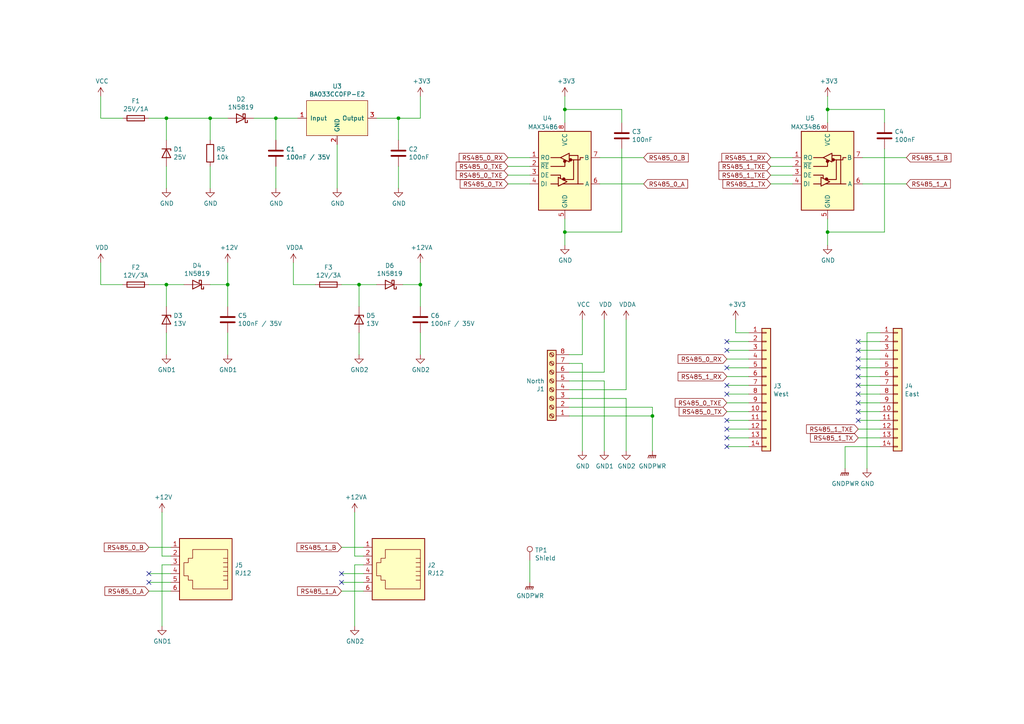
<source format=kicad_sch>
(kicad_sch (version 20211123) (generator eeschema)
  (paper "A4")
  (title_block (title "Electric Metering Module") (date "2022-02-09") (rev "2.0") (company "GrayC GmbH"))
  (lib_symbols
    (symbol "BA033CC0FP-E2:BA033CC0FP-E2" (pin_names (offset 1.016))
      (property "Reference" "U" (at 0 8.89 0))
      (property "Value" "BA033CC0FP-E2" (at 0 6.35 0))
      (symbol "BA033CC0FP-E2_0_1"
        (rectangle (start -8.89 -5.08) (end 8.89 5.08) (fill (type background)))
      )
      (symbol "BA033CC0FP-E2_1_1"
        (pin power_in line (at -11.43 0 0) (length 2.54) (name "Input") (number "1"))
        (pin power_in line (at 0 -7.62 90) (length 2.54) (name "GND") (number "2"))
        (pin power_out line (at 11.43 0 180) (length 2.54) (name "Output") (number "3"))
      )
    )
    (symbol "Connector:RJ12" (pin_names (offset 1.016))
      (property "Reference" "J" (at -5.08 11.43 0))
      (property "Value" "RJ12" (at 2.54 11.43 0))
      (symbol "RJ12_0_1"
        (polyline (pts (xy -6.35 -1.905) (xy -5.08 -1.905) (xy -5.08 -1.905)))
        (polyline (pts (xy -6.35 -0.635) (xy -5.08 -0.635) (xy -5.08 -0.635)))
        (polyline (pts (xy -6.35 0.635) (xy -5.08 0.635) (xy -5.08 0.635)))
        (polyline (pts (xy -6.35 1.905) (xy -5.08 1.905) (xy -5.08 1.905)))
        (polyline (pts (xy -6.35 3.175) (xy -5.08 3.175) (xy -5.08 3.175)))
        (polyline (pts (xy -5.08 4.445) (xy -6.35 4.445) (xy -6.35 4.445)))
        (polyline (pts (xy -6.35 -4.445) (xy -6.35 6.985) (xy 3.81 6.985) (xy 3.81 4.445) (xy 5.08 4.445) (xy 5.08 3.175) (xy 6.35 3.175) (xy 6.35 -0.635) (xy 5.08 -0.635) (xy 5.08 -1.905) (xy 3.81 -1.905) (xy 3.81 -4.445) (xy -6.35 -4.445) (xy -6.35 -4.445)))
        (rectangle (start 7.62 10.16) (end -7.62 -7.62) (stroke (width 0.254)) (fill (type background)))
      )
      (symbol "RJ12_1_1"
        (pin passive line (at 10.16 -5.08 180) (length 2.54) (name "~") (number "1"))
        (pin passive line (at 10.16 -2.54 180) (length 2.54) (name "~") (number "2"))
        (pin passive line (at 10.16 0 180) (length 2.54) (name "~") (number "3"))
        (pin passive line (at 10.16 2.54 180) (length 2.54) (name "~") (number "4"))
        (pin passive line (at 10.16 5.08 180) (length 2.54) (name "~") (number "5"))
        (pin passive line (at 10.16 7.62 180) (length 2.54) (name "~") (number "6"))
      )
    )
    (symbol "Connector:Screw_Terminal_01x08" (pin_names (offset 1.016) hide)
      (property "Reference" "J" (at 0 10.16 0))
      (property "Value" "Screw_Terminal_01x08" (at 0 -12.7 0))
      (symbol "Screw_Terminal_01x08_1_1"
        (rectangle (start -1.27 8.89) (end 1.27 -11.43) (stroke (width 0.254)) (fill (type background)))
        (circle (center 0 -10.16) (radius 0.635) (stroke (width 0.1524)))
        (circle (center 0 -7.62) (radius 0.635) (stroke (width 0.1524)))
        (circle (center 0 -5.08) (radius 0.635) (stroke (width 0.1524)))
        (circle (center 0 -2.54) (radius 0.635) (stroke (width 0.1524)))
        (polyline (pts (xy -0.5334 -9.8298) (xy 0.3302 -10.668)) (stroke (width 0.1524)))
        (polyline (pts (xy -0.5334 -7.2898) (xy 0.3302 -8.128)) (stroke (width 0.1524)))
        (polyline (pts (xy -0.5334 -4.7498) (xy 0.3302 -5.588)) (stroke (width 0.1524)))
        (polyline (pts (xy -0.5334 -2.2098) (xy 0.3302 -3.048)) (stroke (width 0.1524)))
        (polyline (pts (xy -0.5334 0.3302) (xy 0.3302 -0.508)) (stroke (width 0.1524)))
        (polyline (pts (xy -0.5334 2.8702) (xy 0.3302 2.032)) (stroke (width 0.1524)))
        (polyline (pts (xy -0.5334 5.4102) (xy 0.3302 4.572)) (stroke (width 0.1524)))
        (polyline (pts (xy -0.5334 7.9502) (xy 0.3302 7.112)) (stroke (width 0.1524)))
        (polyline (pts (xy -0.3556 -9.652) (xy 0.508 -10.4902)) (stroke (width 0.1524)))
        (polyline (pts (xy -0.3556 -7.112) (xy 0.508 -7.9502)) (stroke (width 0.1524)))
        (polyline (pts (xy -0.3556 -4.572) (xy 0.508 -5.4102)) (stroke (width 0.1524)))
        (polyline (pts (xy -0.3556 -2.032) (xy 0.508 -2.8702)) (stroke (width 0.1524)))
        (polyline (pts (xy -0.3556 0.508) (xy 0.508 -0.3302)) (stroke (width 0.1524)))
        (polyline (pts (xy -0.3556 3.048) (xy 0.508 2.2098)) (stroke (width 0.1524)))
        (polyline (pts (xy -0.3556 5.588) (xy 0.508 4.7498)) (stroke (width 0.1524)))
        (polyline (pts (xy -0.3556 8.128) (xy 0.508 7.2898)) (stroke (width 0.1524)))
        (circle (center 0 0) (radius 0.635) (stroke (width 0.1524)))
        (circle (center 0 2.54) (radius 0.635) (stroke (width 0.1524)))
        (circle (center 0 5.08) (radius 0.635) (stroke (width 0.1524)))
        (circle (center 0 7.62) (radius 0.635) (stroke (width 0.1524)))
        (pin passive line (at -5.08 7.62 0) (length 3.81) (name "Pin_1") (number "1"))
        (pin passive line (at -5.08 5.08 0) (length 3.81) (name "Pin_2") (number "2"))
        (pin passive line (at -5.08 2.54 0) (length 3.81) (name "Pin_3") (number "3"))
        (pin passive line (at -5.08 0 0) (length 3.81) (name "Pin_4") (number "4"))
        (pin passive line (at -5.08 -2.54 0) (length 3.81) (name "Pin_5") (number "5"))
        (pin passive line (at -5.08 -5.08 0) (length 3.81) (name "Pin_6") (number "6"))
        (pin passive line (at -5.08 -7.62 0) (length 3.81) (name "Pin_7") (number "7"))
        (pin passive line (at -5.08 -10.16 0) (length 3.81) (name "Pin_8") (number "8"))
      )
    )
    (symbol "Connector:TestPoint" (pin_numbers hide) (pin_names (offset 0.762) hide)
      (property "Reference" "TP" (at 0 6.858 0))
      (property "Value" "TestPoint" (at 0 5.08 0))
      (symbol "TestPoint_0_1"
        (circle (center 0 3.302) (radius 0.762))
      )
      (symbol "TestPoint_1_1"
        (pin passive line (at 0 0 90) (length 2.54) (name "1") (number "1"))
      )
    )
    (symbol "Connector_Generic:Conn_01x14" (pin_names (offset 1.016) hide)
      (property "Reference" "J" (at 0 17.78 0))
      (property "Value" "Conn_01x14" (at 0 -20.32 0))
      (symbol "Conn_01x14_1_1"
        (rectangle (start -1.27 -17.653) (end 0 -17.907) (stroke (width 0.1524)))
        (rectangle (start -1.27 -15.113) (end 0 -15.367) (stroke (width 0.1524)))
        (rectangle (start -1.27 -12.573) (end 0 -12.827) (stroke (width 0.1524)))
        (rectangle (start -1.27 -10.033) (end 0 -10.287) (stroke (width 0.1524)))
        (rectangle (start -1.27 -7.493) (end 0 -7.747) (stroke (width 0.1524)))
        (rectangle (start -1.27 -4.953) (end 0 -5.207) (stroke (width 0.1524)))
        (rectangle (start -1.27 -2.413) (end 0 -2.667) (stroke (width 0.1524)))
        (rectangle (start -1.27 0.127) (end 0 -0.127) (stroke (width 0.1524)))
        (rectangle (start -1.27 2.667) (end 0 2.413) (stroke (width 0.1524)))
        (rectangle (start -1.27 5.207) (end 0 4.953) (stroke (width 0.1524)))
        (rectangle (start -1.27 7.747) (end 0 7.493) (stroke (width 0.1524)))
        (rectangle (start -1.27 10.287) (end 0 10.033) (stroke (width 0.1524)))
        (rectangle (start -1.27 12.827) (end 0 12.573) (stroke (width 0.1524)))
        (rectangle (start -1.27 15.367) (end 0 15.113) (stroke (width 0.1524)))
        (rectangle (start -1.27 16.51) (end 1.27 -19.05) (stroke (width 0.254)) (fill (type background)))
        (pin passive line (at -5.08 15.24 0) (length 3.81) (name "Pin_1") (number "1"))
        (pin passive line (at -5.08 -7.62 0) (length 3.81) (name "Pin_10") (number "10"))
        (pin passive line (at -5.08 -10.16 0) (length 3.81) (name "Pin_11") (number "11"))
        (pin passive line (at -5.08 -12.7 0) (length 3.81) (name "Pin_12") (number "12"))
        (pin passive line (at -5.08 -15.24 0) (length 3.81) (name "Pin_13") (number "13"))
        (pin passive line (at -5.08 -17.78 0) (length 3.81) (name "Pin_14") (number "14"))
        (pin passive line (at -5.08 12.7 0) (length 3.81) (name "Pin_2") (number "2"))
        (pin passive line (at -5.08 10.16 0) (length 3.81) (name "Pin_3") (number "3"))
        (pin passive line (at -5.08 7.62 0) (length 3.81) (name "Pin_4") (number "4"))
        (pin passive line (at -5.08 5.08 0) (length 3.81) (name "Pin_5") (number "5"))
        (pin passive line (at -5.08 2.54 0) (length 3.81) (name "Pin_6") (number "6"))
        (pin passive line (at -5.08 0 0) (length 3.81) (name "Pin_7") (number "7"))
        (pin passive line (at -5.08 -2.54 0) (length 3.81) (name "Pin_8") (number "8"))
        (pin passive line (at -5.08 -5.08 0) (length 3.81) (name "Pin_9") (number "9"))
      )
    )
    (symbol "Device:C" (pin_numbers hide) (pin_names (offset 0.254))
      (property "Reference" "C" (at 0.635 2.54 0))
      (property "Value" "C" (at 0.635 -2.54 0))
      (symbol "C_0_1"
        (polyline (pts (xy -2.032 -0.762) (xy 2.032 -0.762)) (stroke (width 0.508)))
        (polyline (pts (xy -2.032 0.762) (xy 2.032 0.762)) (stroke (width 0.508)))
      )
      (symbol "C_1_1"
        (pin passive line (at 0 3.81 270) (length 2.794) (name "~") (number "1"))
        (pin passive line (at 0 -3.81 90) (length 2.794) (name "~") (number "2"))
      )
    )
    (symbol "Device:D_Zener" (pin_numbers hide) (pin_names (offset 1.016) hide)
      (property "Reference" "D" (at 0 2.54 0))
      (property "Value" "D_Zener" (at 0 -2.54 0))
      (symbol "D_Zener_0_1"
        (polyline (pts (xy 1.27 0) (xy -1.27 0)))
        (polyline (pts (xy -1.27 -1.27) (xy -1.27 1.27) (xy -0.762 1.27)) (stroke (width 0.254)))
        (polyline (pts (xy 1.27 -1.27) (xy 1.27 1.27) (xy -1.27 0) (xy 1.27 -1.27)) (stroke (width 0.254)))
      )
      (symbol "D_Zener_1_1"
        (pin passive line (at -3.81 0 0) (length 2.54) (name "K") (number "1"))
        (pin passive line (at 3.81 0 180) (length 2.54) (name "A") (number "2"))
      )
    )
    (symbol "Device:Fuse" (pin_numbers hide) (pin_names (offset 0))
      (property "Reference" "F" (at 2.032 0 90))
      (property "Value" "Fuse" (at -1.905 0 90))
      (symbol "Fuse_0_1"
        (rectangle (start -0.762 -2.54) (end 0.762 2.54) (stroke (width 0.254)))
        (polyline (pts (xy 0 2.54) (xy 0 -2.54)))
      )
      (symbol "Fuse_1_1"
        (pin passive line (at 0 3.81 270) (length 1.27) (name "~") (number "1"))
        (pin passive line (at 0 -3.81 90) (length 1.27) (name "~") (number "2"))
      )
    )
    (symbol "Device:R" (pin_numbers hide) (pin_names (offset 0))
      (property "Reference" "R" (at 2.032 0 90))
      (property "Value" "R" (at 0 0 90))
      (symbol "R_0_1"
        (rectangle (start -1.016 -2.54) (end 1.016 2.54) (stroke (width 0.254)))
      )
      (symbol "R_1_1"
        (pin passive line (at 0 3.81 270) (length 1.27) (name "~") (number "1"))
        (pin passive line (at 0 -3.81 90) (length 1.27) (name "~") (number "2"))
      )
    )
    (symbol "Diode:1N5819" (pin_numbers hide) (pin_names (offset 1.016) hide)
      (property "Reference" "D" (at 0 2.54 0))
      (property "Value" "1N5819" (at 0 -2.54 0))
      (symbol "1N5819_0_1"
        (polyline (pts (xy 1.27 0) (xy -1.27 0)))
        (polyline (pts (xy 1.27 1.27) (xy 1.27 -1.27) (xy -1.27 0) (xy 1.27 1.27)) (stroke (width 0.254)))
        (polyline (pts (xy -1.905 0.635) (xy -1.905 1.27) (xy -1.27 1.27) (xy -1.27 -1.27) (xy -0.635 -1.27) (xy -0.635 -0.635)) (stroke (width 0.254)))
      )
      (symbol "1N5819_1_1"
        (pin passive line (at -3.81 0 0) (length 2.54) (name "K") (number "1"))
        (pin passive line (at 3.81 0 180) (length 2.54) (name "A") (number "2"))
      )
    )
    (symbol "Interface_UART:MAX3486"
      (property "Reference" "U" (at -6.096 11.43 0))
      (property "Value" "MAX3486" (at 0.762 11.43 0))
      (symbol "MAX3486_0_1"
        (rectangle (start -7.62 10.16) (end 7.62 -12.7) (stroke (width 0.254)) (fill (type background)))
        (circle (center -0.3048 -3.683) (radius 0.3556) (stroke (width 0.254)) (fill (type outline)))
        (circle (center -0.0254 1.4986) (radius 0.3556) (stroke (width 0.254)) (fill (type outline)))
        (polyline (pts (xy -4.064 -5.08) (xy -1.905 -5.08)) (stroke (width 0.254)))
        (polyline (pts (xy -4.064 2.54) (xy -1.27 2.54)) (stroke (width 0.254)))
        (polyline (pts (xy -1.27 -3.2004) (xy -1.27 -3.4544)) (stroke (width 0.254)))
        (polyline (pts (xy -0.635 -5.08) (xy 5.334 -5.08)) (stroke (width 0.254)))
        (polyline (pts (xy -4.064 -2.54) (xy -1.27 -2.54) (xy -1.27 -3.175)) (stroke (width 0.254)))
        (polyline (pts (xy 0 1.27) (xy 0 0) (xy -4.064 0)) (stroke (width 0.254)))
        (polyline (pts (xy 1.27 3.175) (xy 3.81 3.175) (xy 3.81 -5.08)) (stroke (width 0.254)))
        (polyline (pts (xy 2.54 1.905) (xy 2.54 -3.81) (xy 0 -3.81)) (stroke (width 0.254)))
        (polyline (pts (xy -1.905 -3.175) (xy -1.905 -5.715) (xy 0.635 -4.445) (xy -1.905 -3.175)) (stroke (width 0.254)))
        (polyline (pts (xy -1.27 2.54) (xy 1.27 3.81) (xy 1.27 1.27) (xy -1.27 2.54)) (stroke (width 0.254)))
        (polyline (pts (xy 1.905 1.905) (xy 4.445 1.905) (xy 4.445 2.54) (xy 5.334 2.54)) (stroke (width 0.254)))
        (rectangle (start 1.27 3.175) (end 1.27 3.175))
        (circle (center 1.651 1.905) (radius 0.3556) (stroke (width 0.254)) (fill (type outline)))
      )
      (symbol "MAX3486_1_1"
        (pin output line (at -10.16 2.54 0) (length 2.54) (name "RO") (number "1"))
        (pin input line (at -10.16 0 0) (length 2.54) (name "~{RE}") (number "2"))
        (pin input line (at -10.16 -2.54 0) (length 2.54) (name "DE") (number "3"))
        (pin input line (at -10.16 -5.08 0) (length 2.54) (name "DI") (number "4"))
        (pin power_in line (at 0 -15.24 90) (length 2.54) (name "GND") (number "5"))
        (pin bidirectional line (at 10.16 -5.08 180) (length 2.54) (name "A") (number "6"))
        (pin bidirectional line (at 10.16 2.54 180) (length 2.54) (name "B") (number "7"))
        (pin power_in line (at 0 12.7 270) (length 2.54) (name "VCC") (number "8"))
      )
    )
    (symbol "power:+12V" (power) (pin_names (offset 0))
      (property "Value" "+12V" (at 0 3.556 0))
      (symbol "+12V_0_1"
        (polyline (pts (xy -0.762 1.27) (xy 0 2.54)))
        (polyline (pts (xy 0 0) (xy 0 2.54)))
        (polyline (pts (xy 0 2.54) (xy 0.762 1.27)))
      )
      (symbol "+12V_1_1"
        (pin power_in line (at 0 0 90) (length 0) hide (name "+12V") (number "1"))
      )
    )
    (symbol "power:+12VA" (power) (pin_names (offset 0))
      (property "Value" "+12VA" (at 0 3.556 0))
      (symbol "+12VA_0_1"
        (polyline (pts (xy -0.762 1.27) (xy 0 2.54)))
        (polyline (pts (xy 0 0) (xy 0 2.54)))
        (polyline (pts (xy 0 2.54) (xy 0.762 1.27)))
      )
      (symbol "+12VA_1_1"
        (pin power_in line (at 0 0 90) (length 0) hide (name "+12VA") (number "1"))
      )
    )
    (symbol "power:+3V3" (power) (pin_names (offset 0))
      (property "Value" "+3V3" (at 0 3.556 0))
      (symbol "+3V3_0_1"
        (polyline (pts (xy -0.762 1.27) (xy 0 2.54)))
        (polyline (pts (xy 0 0) (xy 0 2.54)))
        (polyline (pts (xy 0 2.54) (xy 0.762 1.27)))
      )
      (symbol "+3V3_1_1"
        (pin power_in line (at 0 0 90) (length 0) hide (name "+3V3") (number "1"))
      )
    )
    (symbol "power:GND" (power) (pin_names (offset 0))
      (property "Value" "GND" (at 0 -3.81 0))
      (symbol "GND_0_1"
        (polyline (pts (xy 0 0) (xy 0 -1.27) (xy 1.27 -1.27) (xy 0 -2.54) (xy -1.27 -1.27) (xy 0 -1.27)))
      )
      (symbol "GND_1_1"
        (pin power_in line (at 0 0 270) (length 0) hide (name "GND") (number "1"))
      )
    )
    (symbol "power:GND1" (power) (pin_names (offset 0))
      (property "Value" "GND1" (at 0 -3.81 0))
      (symbol "GND1_0_1"
        (polyline (pts (xy 0 0) (xy 0 -1.27) (xy 1.27 -1.27) (xy 0 -2.54) (xy -1.27 -1.27) (xy 0 -1.27)))
      )
      (symbol "GND1_1_1"
        (pin power_in line (at 0 0 270) (length 0) hide (name "GND1") (number "1"))
      )
    )
    (symbol "power:GND2" (power) (pin_names (offset 0))
      (property "Value" "GND2" (at 0 -3.81 0))
      (symbol "GND2_0_1"
        (polyline (pts (xy 0 0) (xy 0 -1.27) (xy 1.27 -1.27) (xy 0 -2.54) (xy -1.27 -1.27) (xy 0 -1.27)))
      )
      (symbol "GND2_1_1"
        (pin power_in line (at 0 0 270) (length 0) hide (name "GND2") (number "1"))
      )
    )
    (symbol "power:GNDPWR" (power) (pin_names (offset 0))
      (property "Value" "GNDPWR" (at 0 -3.302 0))
      (symbol "GNDPWR_0_1"
        (polyline (pts (xy 0 -1.27) (xy 0 0)))
        (polyline (pts (xy -1.016 -1.27) (xy -1.27 -2.032) (xy -1.27 -2.032)) (stroke (width 0.2032)))
        (polyline (pts (xy -0.508 -1.27) (xy -0.762 -2.032) (xy -0.762 -2.032)) (stroke (width 0.2032)))
        (polyline (pts (xy 0 -1.27) (xy -0.254 -2.032) (xy -0.254 -2.032)) (stroke (width 0.2032)))
        (polyline (pts (xy 0.508 -1.27) (xy 0.254 -2.032) (xy 0.254 -2.032)) (stroke (width 0.2032)))
        (polyline (pts (xy 1.016 -1.27) (xy -1.016 -1.27) (xy -1.016 -1.27)) (stroke (width 0.2032)))
        (polyline (pts (xy 1.016 -1.27) (xy 0.762 -2.032) (xy 0.762 -2.032) (xy 0.762 -2.032)) (stroke (width 0.2032)))
      )
      (symbol "GNDPWR_1_1"
        (pin power_in line (at 0 0 270) (length 0) hide (name "GNDPWR") (number "1"))
      )
    )
    (symbol "power:VCC" (power) (pin_names (offset 0))
      (property "Value" "VCC" (at 0 3.81 0))
      (symbol "VCC_0_1"
        (polyline (pts (xy -0.762 1.27) (xy 0 2.54)))
        (polyline (pts (xy 0 0) (xy 0 2.54)))
        (polyline (pts (xy 0 2.54) (xy 0.762 1.27)))
      )
      (symbol "VCC_1_1"
        (pin power_in line (at 0 0 90) (length 0) hide (name "VCC") (number "1"))
      )
    )
    (symbol "power:VDD" (power) (pin_names (offset 0))
      (property "Value" "VDD" (at 0 3.81 0))
      (symbol "VDD_0_1"
        (polyline (pts (xy -0.762 1.27) (xy 0 2.54)))
        (polyline (pts (xy 0 0) (xy 0 2.54)))
        (polyline (pts (xy 0 2.54) (xy 0.762 1.27)))
      )
      (symbol "VDD_1_1"
        (pin power_in line (at 0 0 90) (length 0) hide (name "VDD") (number "1"))
      )
    )
    (symbol "power:VDDA" (power) (pin_names (offset 0))
      (property "Value" "VDDA" (at 0 3.81 0))
      (symbol "VDDA_0_1"
        (polyline (pts (xy -0.762 1.27) (xy 0 2.54)))
        (polyline (pts (xy 0 0) (xy 0 2.54)))
        (polyline (pts (xy 0 2.54) (xy 0.762 1.27)))
      )
      (symbol "VDDA_1_1"
        (pin power_in line (at 0 0 90) (length 0) hide (name "VDDA") (number "1"))
      )
    )
  )
  (junction (at 80.01 34.29))
  (junction (at 115.57 34.29))
  (junction (at 60.96 34.29))
  (junction (at 163.83 31.75))
  (junction (at 240.03 31.75))
  (junction (at 66.04 82.55))
  (junction (at 48.26 82.55))
  (junction (at 240.03 67.31))
  (junction (at 104.14 82.55))
  (junction (at 48.26 34.29))
  (junction (at 121.92 82.55))
  (junction (at 189.23 120.65))
  (junction (at 163.83 67.31))
  (no_connect (at 248.92 109.22))
  (no_connect (at 99.06 168.91))
  (no_connect (at 210.82 99.06))
  (no_connect (at 248.92 101.6))
  (no_connect (at 248.92 116.84))
  (no_connect (at 210.82 106.68))
  (no_connect (at 210.82 127))
  (no_connect (at 99.06 166.37))
  (no_connect (at 43.18 168.91))
  (no_connect (at 248.92 104.14))
  (no_connect (at 248.92 114.3))
  (no_connect (at 210.82 124.46))
  (no_connect (at 43.18 166.37))
  (no_connect (at 210.82 129.54))
  (no_connect (at 210.82 111.76))
  (no_connect (at 248.92 121.92))
  (no_connect (at 248.92 119.38))
  (no_connect (at 210.82 114.3))
  (no_connect (at 210.82 121.92))
  (no_connect (at 210.82 101.6))
  (no_connect (at 248.92 111.76))
  (no_connect (at 248.92 99.06))
  (no_connect (at 248.92 106.68))
  (wire (pts (xy 248.92 124.46) (xy 255.27 124.46)))
  (wire (pts (xy 248.92 104.14) (xy 255.27 104.14)))
  (wire (pts (xy 210.82 109.22) (xy 217.17 109.22)))
  (wire (pts (xy 66.04 82.55) (xy 66.04 88.9)))
  (wire (pts (xy 85.09 76.2) (xy 85.09 82.55)))
  (wire (pts (xy 97.79 54.61) (xy 97.79 41.91)))
  (wire (pts (xy 186.69 53.34) (xy 173.99 53.34)))
  (wire (pts (xy 223.52 53.34) (xy 229.87 53.34)))
  (wire (pts (xy 223.52 50.8) (xy 229.87 50.8)))
  (wire (pts (xy 240.03 67.31) (xy 256.54 67.31)))
  (wire (pts (xy 251.46 96.52) (xy 251.46 135.89)))
  (wire (pts (xy 105.41 163.83) (xy 102.87 163.83)))
  (wire (pts (xy 210.82 114.3) (xy 217.17 114.3)))
  (wire (pts (xy 48.26 48.26) (xy 48.26 54.61)))
  (wire (pts (xy 240.03 63.5) (xy 240.03 67.31)))
  (wire (pts (xy 262.89 53.34) (xy 250.19 53.34)))
  (wire (pts (xy 163.83 63.5) (xy 163.83 67.31)))
  (wire (pts (xy 248.92 127) (xy 255.27 127)))
  (wire (pts (xy 48.26 82.55) (xy 53.34 82.55)))
  (wire (pts (xy 180.34 35.56) (xy 180.34 31.75)))
  (wire (pts (xy 121.92 82.55) (xy 121.92 76.2)))
  (wire (pts (xy 245.11 135.89) (xy 245.11 129.54)))
  (wire (pts (xy 165.1 110.49) (xy 175.26 110.49)))
  (wire (pts (xy 181.61 115.57) (xy 181.61 130.81)))
  (wire (pts (xy 163.83 27.94) (xy 163.83 31.75)))
  (wire (pts (xy 256.54 67.31) (xy 256.54 43.18)))
  (wire (pts (xy 29.21 27.94) (xy 29.21 34.29)))
  (wire (pts (xy 105.41 161.29) (xy 102.87 161.29)))
  (wire (pts (xy 147.32 50.8) (xy 153.67 50.8)))
  (wire (pts (xy 99.06 168.91) (xy 105.41 168.91)))
  (wire (pts (xy 229.87 48.26) (xy 223.52 48.26)))
  (wire (pts (xy 49.53 161.29) (xy 46.99 161.29)))
  (wire (pts (xy 116.84 82.55) (xy 121.92 82.55)))
  (wire (pts (xy 168.91 105.41) (xy 168.91 130.81)))
  (wire (pts (xy 60.96 54.61) (xy 60.96 48.26)))
  (wire (pts (xy 248.92 109.22) (xy 255.27 109.22)))
  (wire (pts (xy 189.23 120.65) (xy 189.23 130.81)))
  (wire (pts (xy 189.23 118.11) (xy 189.23 120.65)))
  (wire (pts (xy 217.17 127) (xy 210.82 127)))
  (wire (pts (xy 210.82 101.6) (xy 217.17 101.6)))
  (wire (pts (xy 173.99 45.72) (xy 186.69 45.72)))
  (wire (pts (xy 180.34 31.75) (xy 163.83 31.75)))
  (wire (pts (xy 163.83 67.31) (xy 180.34 67.31)))
  (wire (pts (xy 48.26 88.9) (xy 48.26 82.55)))
  (wire (pts (xy 163.83 67.31) (xy 163.83 71.12)))
  (wire (pts (xy 165.1 113.03) (xy 181.61 113.03)))
  (wire (pts (xy 66.04 96.52) (xy 66.04 102.87)))
  (wire (pts (xy 210.82 124.46) (xy 217.17 124.46)))
  (wire (pts (xy 165.1 102.87) (xy 168.91 102.87)))
  (wire (pts (xy 99.06 171.45) (xy 105.41 171.45)))
  (wire (pts (xy 85.09 82.55) (xy 91.44 82.55)))
  (wire (pts (xy 251.46 96.52) (xy 255.27 96.52)))
  (wire (pts (xy 210.82 129.54) (xy 217.17 129.54)))
  (wire (pts (xy 255.27 106.68) (xy 248.92 106.68)))
  (wire (pts (xy 213.36 92.71) (xy 213.36 96.52)))
  (wire (pts (xy 43.18 171.45) (xy 49.53 171.45)))
  (wire (pts (xy 66.04 82.55) (xy 66.04 76.2)))
  (wire (pts (xy 121.92 34.29) (xy 121.92 27.94)))
  (wire (pts (xy 80.01 34.29) (xy 86.36 34.29)))
  (wire (pts (xy 43.18 34.29) (xy 48.26 34.29)))
  (wire (pts (xy 165.1 120.65) (xy 189.23 120.65)))
  (wire (pts (xy 153.67 48.26) (xy 147.32 48.26)))
  (wire (pts (xy 49.53 158.75) (xy 43.18 158.75)))
  (wire (pts (xy 165.1 115.57) (xy 181.61 115.57)))
  (wire (pts (xy 147.32 53.34) (xy 153.67 53.34)))
  (wire (pts (xy 121.92 96.52) (xy 121.92 102.87)))
  (wire (pts (xy 43.18 166.37) (xy 49.53 166.37)))
  (wire (pts (xy 115.57 48.26) (xy 115.57 54.61)))
  (wire (pts (xy 181.61 113.03) (xy 181.61 92.71)))
  (wire (pts (xy 248.92 99.06) (xy 255.27 99.06)))
  (wire (pts (xy 240.03 27.94) (xy 240.03 31.75)))
  (wire (pts (xy 213.36 96.52) (xy 217.17 96.52)))
  (wire (pts (xy 210.82 99.06) (xy 217.17 99.06)))
  (wire (pts (xy 73.66 34.29) (xy 80.01 34.29)))
  (wire (pts (xy 180.34 67.31) (xy 180.34 43.18)))
  (wire (pts (xy 121.92 82.55) (xy 121.92 88.9)))
  (wire (pts (xy 115.57 34.29) (xy 115.57 40.64)))
  (wire (pts (xy 46.99 161.29) (xy 46.99 148.59)))
  (wire (pts (xy 175.26 110.49) (xy 175.26 130.81)))
  (wire (pts (xy 115.57 34.29) (xy 121.92 34.29)))
  (wire (pts (xy 248.92 121.92) (xy 255.27 121.92)))
  (wire (pts (xy 210.82 119.38) (xy 217.17 119.38)))
  (wire (pts (xy 248.92 101.6) (xy 255.27 101.6)))
  (wire (pts (xy 49.53 163.83) (xy 46.99 163.83)))
  (wire (pts (xy 248.92 119.38) (xy 255.27 119.38)))
  (wire (pts (xy 210.82 116.84) (xy 217.17 116.84)))
  (wire (pts (xy 104.14 82.55) (xy 109.22 82.55)))
  (wire (pts (xy 102.87 161.29) (xy 102.87 148.59)))
  (wire (pts (xy 223.52 45.72) (xy 229.87 45.72)))
  (wire (pts (xy 245.11 129.54) (xy 255.27 129.54)))
  (wire (pts (xy 43.18 82.55) (xy 48.26 82.55)))
  (wire (pts (xy 29.21 34.29) (xy 35.56 34.29)))
  (wire (pts (xy 147.32 45.72) (xy 153.67 45.72)))
  (wire (pts (xy 168.91 102.87) (xy 168.91 92.71)))
  (wire (pts (xy 248.92 116.84) (xy 255.27 116.84)))
  (wire (pts (xy 104.14 96.52) (xy 104.14 102.87)))
  (wire (pts (xy 29.21 82.55) (xy 35.56 82.55)))
  (wire (pts (xy 80.01 48.26) (xy 80.01 54.61)))
  (wire (pts (xy 163.83 31.75) (xy 163.83 35.56)))
  (wire (pts (xy 46.99 163.83) (xy 46.99 181.61)))
  (wire (pts (xy 248.92 111.76) (xy 255.27 111.76)))
  (wire (pts (xy 99.06 166.37) (xy 105.41 166.37)))
  (wire (pts (xy 104.14 88.9) (xy 104.14 82.55)))
  (wire (pts (xy 210.82 121.92) (xy 217.17 121.92)))
  (wire (pts (xy 165.1 118.11) (xy 189.23 118.11)))
  (wire (pts (xy 165.1 105.41) (xy 168.91 105.41)))
  (wire (pts (xy 210.82 104.14) (xy 217.17 104.14)))
  (wire (pts (xy 109.22 34.29) (xy 115.57 34.29)))
  (wire (pts (xy 105.41 158.75) (xy 99.06 158.75)))
  (wire (pts (xy 43.18 168.91) (xy 49.53 168.91)))
  (wire (pts (xy 48.26 40.64) (xy 48.26 34.29)))
  (wire (pts (xy 60.96 34.29) (xy 66.04 34.29)))
  (wire (pts (xy 80.01 40.64) (xy 80.01 34.29)))
  (wire (pts (xy 256.54 35.56) (xy 256.54 31.75)))
  (wire (pts (xy 48.26 34.29) (xy 60.96 34.29)))
  (wire (pts (xy 256.54 31.75) (xy 240.03 31.75)))
  (wire (pts (xy 250.19 45.72) (xy 262.89 45.72)))
  (wire (pts (xy 48.26 96.52) (xy 48.26 102.87)))
  (wire (pts (xy 60.96 40.64) (xy 60.96 34.29)))
  (wire (pts (xy 240.03 31.75) (xy 240.03 35.56)))
  (wire (pts (xy 210.82 106.68) (xy 217.17 106.68)))
  (wire (pts (xy 210.82 111.76) (xy 217.17 111.76)))
  (wire (pts (xy 60.96 82.55) (xy 66.04 82.55)))
  (wire (pts (xy 175.26 107.95) (xy 175.26 92.71)))
  (wire (pts (xy 240.03 67.31) (xy 240.03 71.12)))
  (wire (pts (xy 102.87 163.83) (xy 102.87 181.61)))
  (wire (pts (xy 29.21 76.2) (xy 29.21 82.55)))
  (wire (pts (xy 248.92 114.3) (xy 255.27 114.3)))
  (wire (pts (xy 153.67 162.56) (xy 153.67 168.91)))
  (wire (pts (xy 165.1 107.95) (xy 175.26 107.95)))
  (wire (pts (xy 99.06 82.55) (xy 104.14 82.55)))
  (global_label "RS485_1_TXE" (shape input) (at 223.52 48.26 180) (property "Intersheet References" "${INTERSHEET_REFS}" (effects hide)))
  (global_label "RS485_0_RX" (shape input) (at 147.32 45.72 180) (property "Intersheet References" "${INTERSHEET_REFS}" (effects hide)))
  (global_label "RS485_1_RX" (shape input) (at 210.82 109.22 180) (property "Intersheet References" "${INTERSHEET_REFS}" (effects hide)))
  (global_label "RS485_0_TX" (shape input) (at 210.82 119.38 180) (property "Intersheet References" "${INTERSHEET_REFS}" (effects hide)))
  (global_label "RS485_0_B" (shape input) (at 43.18 158.75 180) (property "Intersheet References" "${INTERSHEET_REFS}" (effects hide)))
  (global_label "RS485_1_B" (shape input) (at 99.06 158.75 180) (property "Intersheet References" "${INTERSHEET_REFS}" (effects hide)))
  (global_label "RS485_1_B" (shape input) (at 262.89 45.72 0) (property "Intersheet References" "${INTERSHEET_REFS}" (effects hide)))
  (global_label "RS485_1_RX" (shape input) (at 223.52 45.72 180) (property "Intersheet References" "${INTERSHEET_REFS}" (effects hide)))
  (global_label "RS485_1_TX" (shape input) (at 223.52 53.34 180) (property "Intersheet References" "${INTERSHEET_REFS}" (effects hide)))
  (global_label "RS485_1_A" (shape input) (at 99.06 171.45 180) (property "Intersheet References" "${INTERSHEET_REFS}" (effects hide)))
  (global_label "RS485_0_A" (shape input) (at 186.69 53.34 0) (property "Intersheet References" "${INTERSHEET_REFS}" (effects hide)))
  (global_label "RS485_0_TX" (shape input) (at 147.32 53.34 180) (property "Intersheet References" "${INTERSHEET_REFS}" (effects hide)))
  (global_label "RS485_0_TXE" (shape input) (at 147.32 50.8 180) (property "Intersheet References" "${INTERSHEET_REFS}" (effects hide)))
  (global_label "RS485_1_TXE" (shape input) (at 248.92 124.46 180) (property "Intersheet References" "${INTERSHEET_REFS}" (effects hide)))
  (global_label "RS485_0_B" (shape input) (at 186.69 45.72 0) (property "Intersheet References" "${INTERSHEET_REFS}" (effects hide)))
  (global_label "RS485_0_TXE" (shape input) (at 210.82 116.84 180) (property "Intersheet References" "${INTERSHEET_REFS}" (effects hide)))
  (global_label "RS485_1_TX" (shape input) (at 248.92 127 180) (property "Intersheet References" "${INTERSHEET_REFS}" (effects hide)))
  (global_label "RS485_0_TXE" (shape input) (at 147.32 48.26 180) (property "Intersheet References" "${INTERSHEET_REFS}" (effects hide)))
  (global_label "RS485_1_A" (shape input) (at 262.89 53.34 0) (property "Intersheet References" "${INTERSHEET_REFS}" (effects hide)))
  (global_label "RS485_1_TXE" (shape input) (at 223.52 50.8 180) (property "Intersheet References" "${INTERSHEET_REFS}" (effects hide)))
  (global_label "RS485_0_A" (shape input) (at 43.18 171.45 180) (property "Intersheet References" "${INTERSHEET_REFS}" (effects hide)))
  (global_label "RS485_0_RX" (shape input) (at 210.82 104.14 180) (property "Intersheet References" "${INTERSHEET_REFS}" (effects hide)))
  (symbol (lib_id "Interface_UART:MAX3486") (at 163.83 48.26 0) (unit 1)
    (property "Reference" "U4" (at 158.75 34.29 0))
    (property "Value" "MAX3486" (at 157.48 36.83 0))
    (property "Footprint" "Package_SO:SOIC-8_3.9x4.9mm_P1.27mm" (effects hide))
    (property "Datasheet" "https://datasheets.maximintegrated.com/en/ds/MAX3483-MAX3491.pdf" (effects hide))
    (property "Price" "3.71" (effects hide))
    (property "Product" "https://www.mouser.de/ProductDetail/Maxim-Integrated/MAX3486ECSA%2b?qs=LHmEVA8xxfYujvexFFcA7w%3D%3D" (effects hide))
  )
  (symbol (lib_id "BA033CC0FP-E2:BA033CC0FP-E2") (at 97.79 34.29 0) (unit 1)
    (property "Reference" "U3" (at 97.79 25.019 0))
    (property "Value" "BA033CC0FP-E2" (at 97.79 27.3304 0))
    (property "Footprint" "Package_TO_SOT_SMD:TO-252-3_TabPin2" (effects hide))
    (property "Datasheet" "https://www.mouser.de/datasheet/2/348/baxxdd0-e-1873983.pdf" (effects hide))
    (property "Product" "https://www.mouser.de/ProductDetail/ROHM-Semiconductor/BA033CC0FP-E2" (effects hide))
    (property "Price" "0.97" (effects hide))
  )
  (symbol (lib_id "Device:Fuse") (at 39.37 34.29 270) (unit 1)
    (property "Reference" "F1" (at 39.37 29.2862 90))
    (property "Value" "25V/1A" (at 39.37 31.5976 90))
    (property "Footprint" "Fuse:Fuse_1206_3216Metric_Pad1.42x1.75mm_HandSolder" (effects hide))
    (property "Datasheet" "https://www.mouser.de/datasheet/2/54/Bourns_SF_1206HIA_M_datasheet-1892140.pdf" (effects hide))
    (property "Price" "0.93" (effects hide))
    (property "Product" "https://www.mouser.de/ProductDetail/Bourns/SF-1206HIA100M-2" (effects hide))
  )
  (symbol (lib_id "Diode:1N5819") (at 69.85 34.29 180) (unit 1)
    (property "Reference" "D2" (at 69.85 28.7782 0))
    (property "Value" "1N5819" (at 69.85 31.0896 0))
    (property "Footprint" "Diode_SMD:D_SOD-323_HandSoldering" (effects hide))
    (property "Datasheet" "https://www.mouser.de/datasheet/2/115/ds30217-71027.pdf" (effects hide))
    (property "Price" "0.25" (effects hide))
    (property "Product" "https://www.mouser.de/ProductDetail/Diodes-Incorporated/1N5819HW-7-F?qs=NQ47qNm99eDyWTEd07miYA%3D%3D" (effects hide))
  )
  (symbol (lib_id "Device:R") (at 60.96 44.45 0) (unit 1)
    (property "Reference" "R5" (at 62.738 43.2816 0) (effects (justify left)))
    (property "Value" "10k" (at 62.738 45.593 0) (effects (justify left)))
    (property "Footprint" "Resistor_SMD:R_1206_3216Metric_Pad1.30x1.75mm_HandSolder" (effects hide))
    (property "Datasheet" "https://www.mouser.de/datasheet/2/54/cr-1858361.pdf" (effects hide))
    (property "Price" "0.08" (effects hide))
    (property "Product" "https://www.mouser.de/ProductDetail/Bourns/CR1206-JW-103ELF" (effects hide))
  )
  (symbol (lib_id "Device:C") (at 80.01 44.45 0) (unit 1)
    (property "Reference" "C1" (at 82.931 43.2816 0) (effects (justify left)))
    (property "Value" "100nF / 35V" (at 82.931 45.593 0) (effects (justify left)))
    (property "Footprint" "Capacitor_SMD:C_1206_3216Metric_Pad1.33x1.80mm_HandSolder" (effects hide))
    (property "Datasheet" "https://www.mouser.de/datasheet/2/212/KEM_C1002_X7R_SMD-1102033.pdf" (effects hide))
    (property "Product" "https://www.mouser.de/ProductDetail/KEMET/C1206C104M6RACTU?qs=F5EMLAvA7IBTviv6fCZN3A%3D%3D" (effects hide))
    (property "Price" "0.24" (effects hide))
  )
  (symbol (lib_id "Device:C") (at 115.57 44.45 0) (unit 1)
    (property "Reference" "C2" (at 118.491 43.2816 0) (effects (justify left)))
    (property "Value" "100nF" (at 118.491 45.593 0) (effects (justify left)))
    (property "Footprint" "Capacitor_SMD:C_1206_3216Metric_Pad1.33x1.80mm_HandSolder" (effects hide))
    (property "Datasheet" "https://www.mouser.de/datasheet/2/212/KEM_C1002_X7R_SMD-1102033.pdf" (effects hide))
    (property "Price" "0.24" (effects hide))
    (property "Product" "https://www.mouser.de/ProductDetail/KEMET/C1206C104M6RACTU?qs=F5EMLAvA7IBTviv6fCZN3A%3D%3D" (effects hide))
  )
  (symbol (lib_id "power:VCC") (at 29.21 27.94 0) (unit 1)
    (property "Reference" "#PWR0101" (effects hide))
    (property "Value" "VCC" (at 29.591 23.5458 0))
  )
  (symbol (lib_id "power:+3V3") (at 121.92 27.94 0) (unit 1)
    (property "Reference" "#PWR0102" (effects hide))
    (property "Value" "+3V3" (at 122.301 23.5458 0))
  )
  (symbol (lib_id "power:GND") (at 80.01 54.61 0) (unit 1)
    (property "Reference" "#PWR0103" (effects hide))
    (property "Value" "GND" (at 80.137 59.0042 0))
  )
  (symbol (lib_id "power:GND") (at 97.79 54.61 0) (unit 1)
    (property "Reference" "#PWR0104" (effects hide))
    (property "Value" "GND" (at 97.917 59.0042 0))
  )
  (symbol (lib_id "power:GND") (at 115.57 54.61 0) (unit 1)
    (property "Reference" "#PWR0105" (effects hide))
    (property "Value" "GND" (at 115.697 59.0042 0))
  )
  (symbol (lib_id "power:GND") (at 60.96 54.61 0) (unit 1)
    (property "Reference" "#PWR0106" (effects hide))
    (property "Value" "GND" (at 61.087 59.0042 0))
  )
  (symbol (lib_id "power:GND") (at 48.26 54.61 0) (unit 1)
    (property "Reference" "#PWR0107" (effects hide))
    (property "Value" "GND" (at 48.387 59.0042 0))
  )
  (symbol (lib_id "Device:C") (at 180.34 39.37 0) (unit 1)
    (property "Reference" "C3" (at 183.261 38.2016 0) (effects (justify left)))
    (property "Value" "100nF" (at 183.261 40.513 0) (effects (justify left)))
    (property "Footprint" "Capacitor_SMD:C_1206_3216Metric_Pad1.33x1.80mm_HandSolder" (effects hide))
    (property "Datasheet" "https://www.mouser.de/datasheet/2/212/KEM_C1002_X7R_SMD-1102033.pdf" (effects hide))
    (property "Price" "0.24" (effects hide))
    (property "Product" "https://www.mouser.de/ProductDetail/KEMET/C1206C104M6RACTU?qs=F5EMLAvA7IBTviv6fCZN3A%3D%3D" (effects hide))
  )
  (symbol (lib_id "power:+3V3") (at 163.83 27.94 0) (unit 1)
    (property "Reference" "#PWR0116" (effects hide))
    (property "Value" "+3V3" (at 164.211 23.5458 0))
  )
  (symbol (lib_id "power:GND") (at 163.83 71.12 0) (unit 1)
    (property "Reference" "#PWR0117" (effects hide))
    (property "Value" "GND" (at 163.957 75.5142 0))
  )
  (symbol (lib_id "Interface_UART:MAX3486") (at 240.03 48.26 0) (unit 1)
    (property "Reference" "U5" (at 234.95 34.29 0))
    (property "Value" "MAX3486" (at 233.68 36.83 0))
    (property "Footprint" "Package_SO:SOIC-8_3.9x4.9mm_P1.27mm" (effects hide))
    (property "Datasheet" "https://datasheets.maximintegrated.com/en/ds/MAX3483-MAX3491.pdf" (effects hide))
    (property "Price" "3.71" (effects hide))
    (property "Product" "https://www.mouser.de/ProductDetail/Maxim-Integrated/MAX3486ECSA%2b?qs=LHmEVA8xxfYujvexFFcA7w%3D%3D" (effects hide))
  )
  (symbol (lib_id "Device:C") (at 256.54 39.37 0) (unit 1)
    (property "Reference" "C4" (at 259.461 38.2016 0) (effects (justify left)))
    (property "Value" "100nF" (at 259.461 40.513 0) (effects (justify left)))
    (property "Footprint" "Capacitor_SMD:C_1206_3216Metric_Pad1.33x1.80mm_HandSolder" (effects hide))
    (property "Datasheet" "https://www.mouser.de/datasheet/2/212/KEM_C1002_X7R_SMD-1102033.pdf" (effects hide))
    (property "Price" "0.24" (effects hide))
    (property "Product" "https://www.mouser.de/ProductDetail/KEMET/C1206C104M6RACTU?qs=F5EMLAvA7IBTviv6fCZN3A%3D%3D" (effects hide))
  )
  (symbol (lib_id "power:+3V3") (at 240.03 27.94 0) (unit 1)
    (property "Reference" "#PWR0118" (effects hide))
    (property "Value" "+3V3" (at 240.411 23.5458 0))
  )
  (symbol (lib_id "power:GND") (at 240.03 71.12 0) (unit 1)
    (property "Reference" "#PWR0119" (effects hide))
    (property "Value" "GND" (at 240.157 75.5142 0))
  )
  (symbol (lib_id "Connector:Screw_Terminal_01x08") (at 160.02 113.03 180) (unit 1)
    (property "Reference" "J1" (at 157.988 112.8268 0) (effects (justify left)))
    (property "Value" "North" (at 157.988 110.5154 0) (effects (justify left)))
    (property "Footprint" "footprints:PHOENIX_1727078" (effects hide))
    (property "Datasheet" "https://www.mouser.de/datasheet/2/324/4/1727078-1437530.pdf" (effects hide))
    (property "Price" "4.85" (effects hide))
    (property "Product" "https://www.mouser.de/ProductDetail/Phoenix-Contact/1727078" (effects hide))
  )
  (symbol (lib_id "Connector_Generic:Conn_01x14") (at 222.25 111.76 0) (unit 1)
    (property "Reference" "J3" (at 224.282 111.9632 0) (effects (justify left)))
    (property "Value" "West" (at 224.282 114.2746 0) (effects (justify left)))
    (property "Footprint" "Connector_PinHeader_2.54mm:PinHeader_1x14_P2.54mm_Vertical" (effects hide))
    (property "Datasheet" "https://www.mouser.de/datasheet/2/181/M20-999-1218971.pdf" (effects hide))
    (property "Price" "0.45" (effects hide))
    (property "Product" "https://www.mouser.de/ProductDetail/Harwin/M20-9991446" (effects hide))
  )
  (symbol (lib_id "Connector_Generic:Conn_01x14") (at 260.35 111.76 0) (unit 1)
    (property "Reference" "J4" (at 262.382 111.9632 0) (effects (justify left)))
    (property "Value" "East" (at 262.382 114.2746 0) (effects (justify left)))
    (property "Footprint" "Connector_PinHeader_2.54mm:PinHeader_1x14_P2.54mm_Vertical" (effects hide))
    (property "Datasheet" "https://www.mouser.de/datasheet/2/181/M20-999-1218971.pdf" (effects hide))
    (property "Price" "0.45" (effects hide))
    (property "Product" "https://www.mouser.de/ProductDetail/Harwin/M20-9991446" (effects hide))
  )
  (symbol (lib_id "power:+3V3") (at 213.36 92.71 0) (unit 1)
    (property "Reference" "#PWR0120" (effects hide))
    (property "Value" "+3V3" (at 213.741 88.3158 0))
  )
  (symbol (lib_id "power:GND") (at 251.46 135.89 0) (unit 1)
    (property "Reference" "#PWR0121" (effects hide))
    (property "Value" "GND" (at 251.587 140.2842 0))
  )
  (symbol (lib_id "power:GNDPWR") (at 245.11 135.89 0) (unit 1)
    (property "Reference" "#PWR0122" (effects hide))
    (property "Value" "GNDPWR" (at 245.2116 140.2842 0))
  )
  (symbol (lib_id "Connector:TestPoint") (at 153.67 162.56 0) (unit 1)
    (property "Reference" "TP1" (at 155.1432 159.5628 0) (effects (justify left)))
    (property "Value" "Shield" (at 155.1432 161.8742 0) (effects (justify left)))
    (property "Footprint" "TestPoint:TestPoint_Pad_D4.0mm" (effects hide))
  )
  (symbol (lib_id "power:GNDPWR") (at 153.67 168.91 0) (unit 1)
    (property "Reference" "#PWR0108" (effects hide))
    (property "Value" "GNDPWR" (at 153.7716 172.8216 0))
  )
  (symbol (lib_id "Connector:RJ12") (at 59.69 163.83 180) (unit 1)
    (property "Reference" "J5" (at 68.072 163.9316 0) (effects (justify right)))
    (property "Value" "RJ12" (at 68.072 166.243 0) (effects (justify right)))
    (property "Footprint" "footprints:Molex-95501-6669-MFG" (effects hide))
  )
  (symbol (lib_id "Connector:RJ12") (at 115.57 163.83 180) (unit 1)
    (property "Reference" "J2" (at 123.952 163.9316 0) (effects (justify right)))
    (property "Value" "RJ12" (at 123.952 166.243 0) (effects (justify right)))
    (property "Footprint" "footprints:Molex-95501-6669-MFG" (effects hide))
  )
  (symbol (lib_id "Device:D_Zener") (at 48.26 44.45 270) (unit 1)
    (property "Reference" "D1" (at 50.292 43.2816 90) (effects (justify left)))
    (property "Value" "25V" (at 50.292 45.593 90) (effects (justify left)))
    (property "Footprint" "Diode_SMD:D_SOD-523" (effects hide))
    (property "Datasheet" "https://www.mouser.de/datasheet/2/80/CPDU_Series_HF__RevF396351-2505940.pdf" (effects hide))
    (property "Product" "https://www.mouser.de/ProductDetail/Comchip-Technology/CPDU24V?qs=tw%252BuQ%2FB6PO0bamw1irr2%252Bg%3D%3D" (effects hide))
    (property "Price" "0.40" (effects hide))
  )
  (symbol (lib_id "power:GNDPWR") (at 189.23 130.81 0) (unit 1)
    (property "Reference" "#PWR0128" (effects hide))
    (property "Value" "GNDPWR" (at 189.23 135.2042 0))
  )
  (symbol (lib_id "Device:Fuse") (at 95.25 82.55 270) (unit 1)
    (property "Reference" "F3" (at 95.25 77.5462 90))
    (property "Value" "12V/3A" (at 95.25 79.8576 90))
    (property "Footprint" "Fuse:Fuse_1206_3216Metric_Pad1.42x1.75mm_HandSolder" (effects hide))
    (property "Datasheet" "https://www.mouser.de/datasheet/2/54/Bourns_SF_1206HIA_M_datasheet-1892140.pdf" (effects hide))
    (property "Price" "0.93" (effects hide))
    (property "Product" "https://www.mouser.de/ProductDetail/Bourns/SF-1206HIA100M-2" (effects hide))
  )
  (symbol (lib_id "Diode:1N5819") (at 113.03 82.55 180) (unit 1)
    (property "Reference" "D6" (at 113.03 77.0382 0))
    (property "Value" "1N5819" (at 113.03 79.3496 0))
    (property "Footprint" "Diode_SMD:D_SOD-323_HandSoldering" (effects hide))
    (property "Datasheet" "https://www.mouser.de/datasheet/2/115/ds30217-71027.pdf" (effects hide))
    (property "Price" "0.25" (effects hide))
    (property "Product" "https://www.mouser.de/ProductDetail/Diodes-Incorporated/1N5819HW-7-F?qs=NQ47qNm99eDyWTEd07miYA%3D%3D" (effects hide))
  )
  (symbol (lib_id "Device:C") (at 121.92 92.71 0) (unit 1)
    (property "Reference" "C6" (at 124.841 91.5416 0) (effects (justify left)))
    (property "Value" "100nF / 35V" (at 124.841 93.853 0) (effects (justify left)))
    (property "Footprint" "Capacitor_SMD:C_1206_3216Metric_Pad1.33x1.80mm_HandSolder" (effects hide))
    (property "Datasheet" "https://www.mouser.de/datasheet/2/212/KEM_C1002_X7R_SMD-1102033.pdf" (effects hide))
    (property "Product" "https://www.mouser.de/ProductDetail/KEMET/C1206C104M6RACTU?qs=F5EMLAvA7IBTviv6fCZN3A%3D%3D" (effects hide))
    (property "Price" "0.24" (effects hide))
  )
  (symbol (lib_id "Device:D_Zener") (at 104.14 92.71 270) (unit 1)
    (property "Reference" "D5" (at 106.172 91.5416 90) (effects (justify left)))
    (property "Value" "13V" (at 106.172 93.853 90) (effects (justify left)))
    (property "Footprint" "Diode_SMD:D_SOD-523" (effects hide))
    (property "Datasheet" "https://www.mouser.de/datasheet/2/80/CPDU_Series_HF__RevF396351-2505940.pdf" (effects hide))
    (property "Product" "https://www.mouser.de/ProductDetail/Comchip-Technology/CPDU24V?qs=tw%252BuQ%2FB6PO0bamw1irr2%252Bg%3D%3D" (effects hide))
    (property "Price" "0.40" (effects hide))
  )
  (symbol (lib_id "power:GND1") (at 46.99 181.61 0) (unit 1)
    (property "Reference" "#PWR0109" (effects hide))
    (property "Value" "GND1" (at 47.117 186.0042 0))
  )
  (symbol (lib_id "power:+12V") (at 46.99 148.59 0) (unit 1)
    (property "Reference" "#PWR0110" (effects hide))
    (property "Value" "+12V" (at 47.371 144.1958 0))
  )
  (symbol (lib_id "power:+12V") (at 66.04 76.2 0) (unit 1)
    (property "Reference" "#PWR0111" (effects hide))
    (property "Value" "+12V" (at 66.421 71.8058 0))
  )
  (symbol (lib_id "Device:Fuse") (at 39.37 82.55 270) (unit 1)
    (property "Reference" "F2" (at 39.37 77.5462 90))
    (property "Value" "12V/3A" (at 39.37 79.8576 90))
    (property "Footprint" "Fuse:Fuse_1206_3216Metric_Pad1.42x1.75mm_HandSolder" (effects hide))
    (property "Datasheet" "https://www.mouser.de/datasheet/2/54/Bourns_SF_1206HIA_M_datasheet-1892140.pdf" (effects hide))
    (property "Price" "0.93" (effects hide))
    (property "Product" "https://www.mouser.de/ProductDetail/Bourns/SF-1206HIA100M-2" (effects hide))
  )
  (symbol (lib_id "Diode:1N5819") (at 57.15 82.55 180) (unit 1)
    (property "Reference" "D4" (at 57.15 77.0382 0))
    (property "Value" "1N5819" (at 57.15 79.3496 0))
    (property "Footprint" "Diode_SMD:D_SOD-323_HandSoldering" (effects hide))
    (property "Datasheet" "https://www.mouser.de/datasheet/2/115/ds30217-71027.pdf" (effects hide))
    (property "Price" "0.25" (effects hide))
    (property "Product" "https://www.mouser.de/ProductDetail/Diodes-Incorporated/1N5819HW-7-F?qs=NQ47qNm99eDyWTEd07miYA%3D%3D" (effects hide))
  )
  (symbol (lib_id "Device:C") (at 66.04 92.71 0) (unit 1)
    (property "Reference" "C5" (at 68.961 91.5416 0) (effects (justify left)))
    (property "Value" "100nF / 35V" (at 68.961 93.853 0) (effects (justify left)))
    (property "Footprint" "Capacitor_SMD:C_1206_3216Metric_Pad1.33x1.80mm_HandSolder" (effects hide))
    (property "Datasheet" "https://www.mouser.de/datasheet/2/212/KEM_C1002_X7R_SMD-1102033.pdf" (effects hide))
    (property "Product" "https://www.mouser.de/ProductDetail/KEMET/C1206C104M6RACTU?qs=F5EMLAvA7IBTviv6fCZN3A%3D%3D" (effects hide))
    (property "Price" "0.24" (effects hide))
  )
  (symbol (lib_id "Device:D_Zener") (at 48.26 92.71 270) (unit 1)
    (property "Reference" "D3" (at 50.292 91.5416 90) (effects (justify left)))
    (property "Value" "13V" (at 50.292 93.853 90) (effects (justify left)))
    (property "Footprint" "Diode_SMD:D_SOD-523" (effects hide))
    (property "Datasheet" "https://www.mouser.de/datasheet/2/80/CPDU_Series_HF__RevF396351-2505940.pdf" (effects hide))
    (property "Product" "https://www.mouser.de/ProductDetail/Comchip-Technology/CPDU24V?qs=tw%252BuQ%2FB6PO0bamw1irr2%252Bg%3D%3D" (effects hide))
    (property "Price" "0.40" (effects hide))
  )
  (symbol (lib_id "power:GND2") (at 104.14 102.87 0) (unit 1)
    (property "Reference" "#PWR0131" (effects hide))
    (property "Value" "GND2" (at 104.267 107.2642 0))
  )
  (symbol (lib_id "power:GND2") (at 121.92 102.87 0) (unit 1)
    (property "Reference" "#PWR0132" (effects hide))
    (property "Value" "GND2" (at 122.047 107.2642 0))
  )
  (symbol (lib_id "power:GND2") (at 181.61 130.81 0) (unit 1)
    (property "Reference" "#PWR0133" (effects hide))
    (property "Value" "GND2" (at 181.737 135.2042 0))
  )
  (symbol (lib_id "power:GND1") (at 48.26 102.87 0) (unit 1)
    (property "Reference" "#PWR0113" (effects hide))
    (property "Value" "GND1" (at 48.387 107.2642 0))
  )
  (symbol (lib_id "power:VDD") (at 29.21 76.2 0) (unit 1)
    (property "Reference" "#PWR0112" (effects hide))
    (property "Value" "VDD" (at 29.591 71.8058 0))
  )
  (symbol (lib_id "power:GND1") (at 66.04 102.87 0) (unit 1)
    (property "Reference" "#PWR0114" (effects hide))
    (property "Value" "GND1" (at 66.167 107.2642 0))
  )
  (symbol (lib_id "power:VDDA") (at 85.09 76.2 0) (unit 1)
    (property "Reference" "#PWR0130" (effects hide))
    (property "Value" "VDDA" (at 85.471 71.8058 0))
  )
  (symbol (lib_id "power:VDD") (at 175.26 92.71 0) (unit 1)
    (property "Reference" "#PWR0124" (effects hide))
    (property "Value" "VDD" (at 175.641 88.3158 0))
  )
  (symbol (lib_id "power:VDDA") (at 181.61 92.71 0) (unit 1)
    (property "Reference" "#PWR0134" (effects hide))
    (property "Value" "VDDA" (at 181.991 88.3158 0))
  )
  (symbol (lib_id "power:GND") (at 168.91 130.81 0) (unit 1)
    (property "Reference" "#PWR0115" (effects hide))
    (property "Value" "GND" (at 169.037 135.2042 0))
  )
  (symbol (lib_id "power:+12VA") (at 121.92 76.2 0) (unit 1)
    (property "Reference" "#PWR0127" (effects hide))
    (property "Value" "+12VA" (at 122.301 71.8058 0))
  )
  (symbol (lib_id "power:GND1") (at 175.26 130.81 0) (unit 1)
    (property "Reference" "#PWR0123" (effects hide))
    (property "Value" "GND1" (at 175.387 135.2042 0))
  )
  (symbol (lib_id "power:VCC") (at 168.91 92.71 0) (unit 1)
    (property "Reference" "#PWR0125" (effects hide))
    (property "Value" "VCC" (at 169.291 88.3158 0))
  )
  (symbol (lib_id "power:+12VA") (at 102.87 148.59 0) (unit 1)
    (property "Reference" "#PWR0129" (effects hide))
    (property "Value" "+12VA" (at 103.251 144.1958 0))
  )
  (symbol (lib_id "power:GND2") (at 102.87 181.61 0) (unit 1)
    (property "Reference" "#PWR?" (effects hide))
    (property "Value" "GND2" (at 102.997 186.0042 0))
  )
)
</source>
